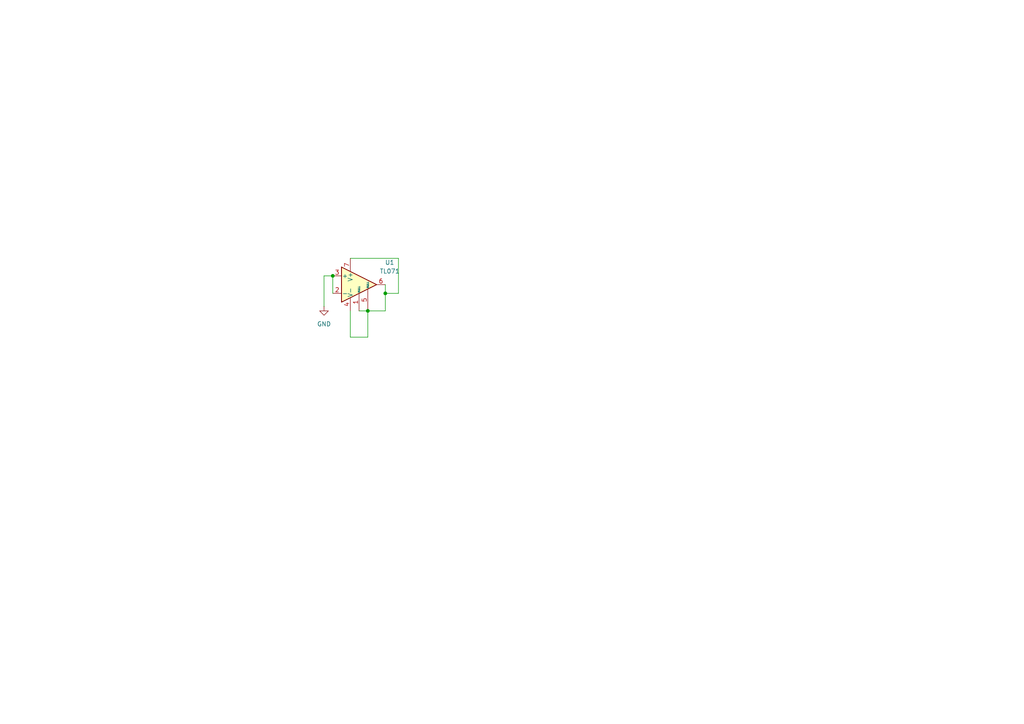
<source format=kicad_sch>
(kicad_sch (version 20250114) (generator "eeschema") (generator_version "9.0")
  (paper "A4")
  (lib_symbols
    (symbol "Amplifier_Operational:TL071" (pin_names (offset 0.127))
      (property "Reference" "U" (at 0 6.35 0))
      (property "Value" "TL071" (at 0 3.81 0))
      (symbol "TL071_0_1"
        (polyline (pts (xy -5.08 5.08) (xy 5.08 0) (xy -5.08 -5.08) (xy -5.08 5.08)) (stroke (width 0.254)) (fill (type background)))
      )
      (symbol "TL071_1_1"
        (pin input line (at -7.62 2.54 0) (length 2.54) (name "+") (number "3"))
        (pin input line (at -7.62 -2.54 0) (length 2.54) (name "-") (number "2"))
        (pin power_in line (at -2.54 7.62 270) (length 3.81) (name "V+") (number "7"))
        (pin power_in line (at -2.54 -7.62 90) (length 3.81) (name "V-") (number "4"))
        (pin no_connect line (at 0 2.54 270) (length 2.54) (hide yes) (name "NC") (number "8"))
        (pin input line (at 0 -7.62 90) (length 5.08) (name "NULL") (number "1"))
        (pin input line (at 2.54 -7.62 90) (length 6.35) (name "NULL") (number "5"))
        (pin output line (at 7.62 0 180) (length 2.54) (name "~") (number "6"))
      )
    )
    (symbol "power:GND" (power) (pin_numbers (hide yes)) (pin_names (offset 0) (hide yes))
      (property "Value" "GND" (at 0 -3.81 0))
      (symbol "GND_0_1"
        (polyline (pts (xy 0 0) (xy 0 -1.27) (xy 1.27 -1.27) (xy 0 -2.54) (xy -1.27 -1.27) (xy 0 -1.27)))
      )
      (symbol "GND_1_1"
        (pin power_in line (at 0 0 270) (length 0) (name "~") (number "1"))
      )
    )
  )
  (junction (at 96.52 80.01))
  (junction (at 111.76 85.09))
  (junction (at 106.68 90.17))
  (wire (pts (xy 104.14 90.17) (xy 106.68 90.17)))
  (wire (pts (xy 111.76 90.17) (xy 111.76 85.09)))
  (wire (pts (xy 93.98 88.9) (xy 93.98 80.01)))
  (wire (pts (xy 101.6 90.17) (xy 101.6 97.79)))
  (wire (pts (xy 101.6 74.93) (xy 115.57 74.93)))
  (wire (pts (xy 115.57 85.09) (xy 111.76 85.09)))
  (wire (pts (xy 101.6 97.79) (xy 106.68 97.79)))
  (wire (pts (xy 93.98 80.01) (xy 96.52 80.01)))
  (wire (pts (xy 111.76 85.09) (xy 111.76 82.55)))
  (wire (pts (xy 115.57 74.93) (xy 115.57 85.09)))
  (wire (pts (xy 96.52 80.01) (xy 96.52 85.09)))
  (wire (pts (xy 106.68 97.79) (xy 106.68 90.17)))
  (wire (pts (xy 106.68 90.17) (xy 111.76 90.17)))
  (symbol (lib_id "power:GND") (at 93.98 88.9 0) (unit 1)
    (property "Reference" "#PWR01" (effects (hide yes)))
    (property "Value" "GND" (at 93.98 93.98 0))
    (property "Description" "Power symbol creates a global label with name \"GND\" , ground" (effects (hide yes)))
    (instances (project "" (path "" (reference "#PWR01") (unit 1)) (path "" (reference "#PWR02") (unit 1))))
  )
  (symbol (lib_id "Amplifier_Operational:TL071") (at 104.14 82.55 0) (unit 1)
    (property "Reference" "U1" (at 113.03 76.1298 0))
    (property "Value" "TL071" (at 113.03 78.6698 0))
    (property "Footprint" "Package_SO:SOIC-8_5.3x5.3mm_P1.27mm" (effects (hide yes)))
    (property "Datasheet" "http://www.ti.com/lit/ds/symlink/tl071.pdf" (effects (hide yes)))
    (property "Description" "Single Low-Noise JFET-Input Operational Amplifiers, DIP-8/SOIC-8" (effects (hide yes)))
    (instances (project "" (path "" (reference "U1") (unit 1)) (path "" (reference "U2") (unit 1))))
  )
)
</source>
